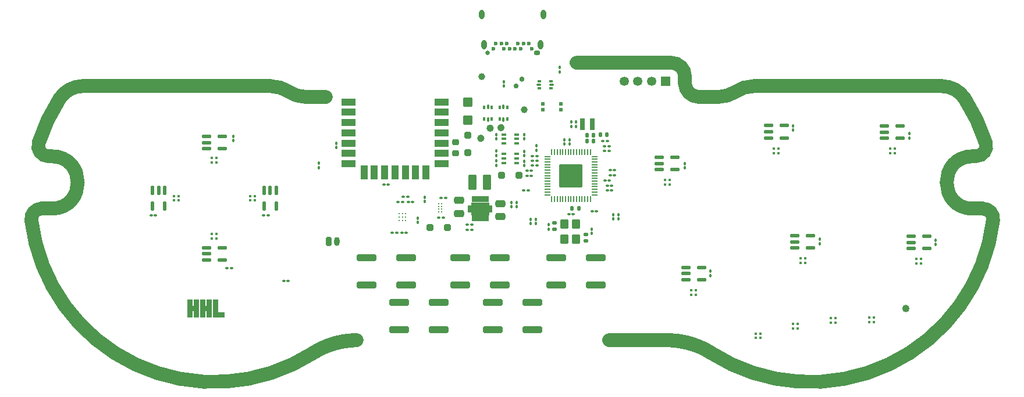
<source format=gbr>
%TF.GenerationSoftware,KiCad,Pcbnew,9.0.6-rc2*%
%TF.CreationDate,2025-11-20T00:57:41-08:00*%
%TF.ProjectId,LatteJr_Main_Board,4c617474-654a-4725-9f4d-61696e5f426f,rev?*%
%TF.SameCoordinates,Original*%
%TF.FileFunction,Soldermask,Top*%
%TF.FilePolarity,Negative*%
%FSLAX46Y46*%
G04 Gerber Fmt 4.6, Leading zero omitted, Abs format (unit mm)*
G04 Created by KiCad (PCBNEW 9.0.6-rc2) date 2025-11-20 00:57:41*
%MOMM*%
%LPD*%
G01*
G04 APERTURE LIST*
G04 Aperture macros list*
%AMRoundRect*
0 Rectangle with rounded corners*
0 $1 Rounding radius*
0 $2 $3 $4 $5 $6 $7 $8 $9 X,Y pos of 4 corners*
0 Add a 4 corners polygon primitive as box body*
4,1,4,$2,$3,$4,$5,$6,$7,$8,$9,$2,$3,0*
0 Add four circle primitives for the rounded corners*
1,1,$1+$1,$2,$3*
1,1,$1+$1,$4,$5*
1,1,$1+$1,$6,$7*
1,1,$1+$1,$8,$9*
0 Add four rect primitives between the rounded corners*
20,1,$1+$1,$2,$3,$4,$5,0*
20,1,$1+$1,$4,$5,$6,$7,0*
20,1,$1+$1,$6,$7,$8,$9,0*
20,1,$1+$1,$8,$9,$2,$3,0*%
%AMFreePoly0*
4,1,18,-0.437500,0.050000,-0.433694,0.069134,-0.422855,0.085355,-0.406634,0.096194,-0.387500,0.100000,0.387500,0.100000,0.437500,0.050000,0.437500,-0.050000,0.433694,-0.069134,0.422855,-0.085355,0.406634,-0.096194,0.387500,-0.100000,-0.387500,-0.100000,-0.406634,-0.096194,-0.422855,-0.085355,-0.433694,-0.069134,-0.437500,-0.050000,-0.437500,0.050000,-0.437500,0.050000,$1*%
%AMFreePoly1*
4,1,18,-0.437500,0.050000,-0.433694,0.069134,-0.422855,0.085355,-0.406634,0.096194,-0.387500,0.100000,0.387500,0.100000,0.406634,0.096194,0.422855,0.085355,0.433694,0.069134,0.437500,0.050000,0.437500,-0.050000,0.387500,-0.100000,-0.387500,-0.100000,-0.406634,-0.096194,-0.422855,-0.085355,-0.433694,-0.069134,-0.437500,-0.050000,-0.437500,0.050000,-0.437500,0.050000,$1*%
%AMFreePoly2*
4,1,18,-0.100000,0.387500,-0.050000,0.437500,0.050000,0.437500,0.069134,0.433694,0.085355,0.422855,0.096194,0.406634,0.100000,0.387500,0.100000,-0.387500,0.096194,-0.406634,0.085355,-0.422855,0.069134,-0.433694,0.050000,-0.437500,-0.050000,-0.437500,-0.069134,-0.433694,-0.085355,-0.422855,-0.096194,-0.406634,-0.100000,-0.387500,-0.100000,0.387500,-0.100000,0.387500,$1*%
%AMFreePoly3*
4,1,18,-0.100000,0.387500,-0.096194,0.406634,-0.085355,0.422855,-0.069134,0.433694,-0.050000,0.437500,0.050000,0.437500,0.100000,0.387500,0.100000,-0.387500,0.096194,-0.406634,0.085355,-0.422855,0.069134,-0.433694,0.050000,-0.437500,-0.050000,-0.437500,-0.069134,-0.433694,-0.085355,-0.422855,-0.096194,-0.406634,-0.100000,-0.387500,-0.100000,0.387500,-0.100000,0.387500,$1*%
%AMFreePoly4*
4,1,18,-0.437500,0.050000,-0.433694,0.069134,-0.422855,0.085355,-0.406634,0.096194,-0.387500,0.100000,0.387500,0.100000,0.406634,0.096194,0.422855,0.085355,0.433694,0.069134,0.437500,0.050000,0.437500,-0.050000,0.433694,-0.069134,0.422855,-0.085355,0.406634,-0.096194,0.387500,-0.100000,-0.387500,-0.100000,-0.437500,-0.050000,-0.437500,0.050000,-0.437500,0.050000,$1*%
%AMFreePoly5*
4,1,18,-0.437500,0.050000,-0.387500,0.100000,0.387500,0.100000,0.406634,0.096194,0.422855,0.085355,0.433694,0.069134,0.437500,0.050000,0.437500,-0.050000,0.433694,-0.069134,0.422855,-0.085355,0.406634,-0.096194,0.387500,-0.100000,-0.387500,-0.100000,-0.406634,-0.096194,-0.422855,-0.085355,-0.433694,-0.069134,-0.437500,-0.050000,-0.437500,0.050000,-0.437500,0.050000,$1*%
%AMFreePoly6*
4,1,18,-0.100000,0.387500,-0.096194,0.406634,-0.085355,0.422855,-0.069134,0.433694,-0.050000,0.437500,0.050000,0.437500,0.069134,0.433694,0.085355,0.422855,0.096194,0.406634,0.100000,0.387500,0.100000,-0.387500,0.050000,-0.437500,-0.050000,-0.437500,-0.069134,-0.433694,-0.085355,-0.422855,-0.096194,-0.406634,-0.100000,-0.387500,-0.100000,0.387500,-0.100000,0.387500,$1*%
%AMFreePoly7*
4,1,18,-0.100000,0.387500,-0.096194,0.406634,-0.085355,0.422855,-0.069134,0.433694,-0.050000,0.437500,0.050000,0.437500,0.069134,0.433694,0.085355,0.422855,0.096194,0.406634,0.100000,0.387500,0.100000,-0.387500,0.096194,-0.406634,0.085355,-0.422855,0.069134,-0.433694,0.050000,-0.437500,-0.050000,-0.437500,-0.100000,-0.387500,-0.100000,0.387500,-0.100000,0.387500,$1*%
G04 Aperture macros list end*
%ADD10C,2.000000*%
%ADD11C,0.000000*%
%ADD12C,0.010000*%
%ADD13C,0.025000*%
%ADD14RoundRect,0.137500X-0.137500X0.525000X-0.137500X-0.525000X0.137500X-0.525000X0.137500X0.525000X0*%
%ADD15RoundRect,0.093750X0.093750X-0.156250X0.093750X0.156250X-0.093750X0.156250X-0.093750X-0.156250X0*%
%ADD16RoundRect,0.075000X0.075000X-0.250000X0.075000X0.250000X-0.075000X0.250000X-0.075000X-0.250000X0*%
%ADD17R,0.370000X0.370000*%
%ADD18RoundRect,0.100000X0.100000X-0.130000X0.100000X0.130000X-0.100000X0.130000X-0.100000X-0.130000X0*%
%ADD19RoundRect,0.100000X-0.130000X-0.100000X0.130000X-0.100000X0.130000X0.100000X-0.130000X0.100000X0*%
%ADD20RoundRect,0.218750X-0.256250X0.218750X-0.256250X-0.218750X0.256250X-0.218750X0.256250X0.218750X0*%
%ADD21RoundRect,0.137500X-0.525000X-0.137500X0.525000X-0.137500X0.525000X0.137500X-0.525000X0.137500X0*%
%ADD22RoundRect,0.100000X-0.100000X0.130000X-0.100000X-0.130000X0.100000X-0.130000X0.100000X0.130000X0*%
%ADD23RoundRect,0.100000X0.130000X0.100000X-0.130000X0.100000X-0.130000X-0.100000X0.130000X-0.100000X0*%
%ADD24RoundRect,0.140000X-0.140000X-0.170000X0.140000X-0.170000X0.140000X0.170000X-0.140000X0.170000X0*%
%ADD25RoundRect,0.250000X-0.375000X-0.850000X0.375000X-0.850000X0.375000X0.850000X-0.375000X0.850000X0*%
%ADD26RoundRect,0.250000X0.445000X-0.457500X0.445000X0.457500X-0.445000X0.457500X-0.445000X-0.457500X0*%
%ADD27RoundRect,0.250000X0.250000X-0.250000X0.250000X0.250000X-0.250000X0.250000X-0.250000X-0.250000X0*%
%ADD28R,2.000000X1.000000*%
%ADD29R,1.000000X2.000000*%
%ADD30C,1.000000*%
%ADD31RoundRect,0.150000X1.250000X0.350000X-1.250000X0.350000X-1.250000X-0.350000X1.250000X-0.350000X0*%
%ADD32C,0.290000*%
%ADD33R,0.700000X1.700000*%
%ADD34R,0.550000X0.500000*%
%ADD35RoundRect,0.140000X0.140000X0.170000X-0.140000X0.170000X-0.140000X-0.170000X0.140000X-0.170000X0*%
%ADD36C,0.230000*%
%ADD37RoundRect,0.093750X0.156250X0.093750X-0.156250X0.093750X-0.156250X-0.093750X0.156250X-0.093750X0*%
%ADD38RoundRect,0.075000X0.250000X0.075000X-0.250000X0.075000X-0.250000X-0.075000X0.250000X-0.075000X0*%
%ADD39RoundRect,0.250000X-0.350000X0.450000X-0.350000X-0.450000X0.350000X-0.450000X0.350000X0.450000X0*%
%ADD40RoundRect,0.250000X-0.250000X-0.250000X0.250000X-0.250000X0.250000X0.250000X-0.250000X0.250000X0*%
%ADD41RoundRect,0.140000X-0.170000X0.140000X-0.170000X-0.140000X0.170000X-0.140000X0.170000X0.140000X0*%
%ADD42RoundRect,0.100000X0.225000X0.100000X-0.225000X0.100000X-0.225000X-0.100000X0.225000X-0.100000X0*%
%ADD43RoundRect,0.140000X0.170000X-0.140000X0.170000X0.140000X-0.170000X0.140000X-0.170000X-0.140000X0*%
%ADD44RoundRect,0.250000X0.475000X-0.250000X0.475000X0.250000X-0.475000X0.250000X-0.475000X-0.250000X0*%
%ADD45R,1.350000X1.350000*%
%ADD46C,1.350000*%
%ADD47FreePoly0,0.000000*%
%ADD48RoundRect,0.050000X-0.387500X-0.050000X0.387500X-0.050000X0.387500X0.050000X-0.387500X0.050000X0*%
%ADD49FreePoly1,0.000000*%
%ADD50FreePoly2,0.000000*%
%ADD51RoundRect,0.050000X-0.050000X-0.387500X0.050000X-0.387500X0.050000X0.387500X-0.050000X0.387500X0*%
%ADD52FreePoly3,0.000000*%
%ADD53FreePoly4,0.000000*%
%ADD54FreePoly5,0.000000*%
%ADD55FreePoly6,0.000000*%
%ADD56FreePoly7,0.000000*%
%ADD57RoundRect,0.153000X1.547000X-1.547000X1.547000X1.547000X-1.547000X1.547000X-1.547000X-1.547000X0*%
%ADD58RoundRect,0.200000X-0.200000X-0.450000X0.200000X-0.450000X0.200000X0.450000X-0.200000X0.450000X0*%
%ADD59O,0.800000X1.300000*%
%ADD60C,0.650000*%
%ADD61O,0.950000X0.650000*%
%ADD62C,0.600000*%
%ADD63O,0.800000X1.400000*%
G04 APERTURE END LIST*
D10*
X117715015Y-27737542D02*
X117715015Y-26754679D01*
X159625138Y-46045151D02*
G75*
G02*
X159625138Y-38404509I2J3820321D01*
G01*
D11*
G36*
X88832779Y-34305288D02*
G01*
X88832779Y-34305288D01*
G75*
G02*
X88832779Y-34305288I534004J0D01*
G01*
X88832779Y-34305288D01*
G37*
D10*
X22603090Y-47722339D02*
G75*
G02*
X24083269Y-46045145I1489510J177209D01*
G01*
X119715016Y-29737546D02*
G75*
G02*
X117715054Y-27737542I-16J1999946D01*
G01*
X63642437Y-67093213D02*
X63668139Y-67076772D01*
X63693885Y-67060399D01*
X63719673Y-67044093D01*
X63745504Y-67027855D01*
X63771377Y-67011684D01*
X63797292Y-66995582D01*
X63823249Y-66979547D01*
X63849249Y-66963581D01*
X63875290Y-66947683D01*
X63901373Y-66931853D01*
X63927497Y-66916092D01*
X63953662Y-66900400D01*
X63979868Y-66884776D01*
X64006115Y-66869221D01*
X64032403Y-66853734D01*
X64058731Y-66838317D01*
X64085100Y-66822969D01*
X64111508Y-66807690D01*
X64137957Y-66792480D01*
X64164445Y-66777340D01*
X64190973Y-66762269D01*
X64217541Y-66747268D01*
X64244147Y-66732337D01*
X64270793Y-66717475D01*
X64297477Y-66702683D01*
X64324201Y-66687962D01*
X64350962Y-66673310D01*
X64377762Y-66658729D01*
X64404600Y-66644218D01*
X64431476Y-66629777D01*
X64458390Y-66615407D01*
X64485342Y-66601108D01*
X64512331Y-66586879D01*
X64539357Y-66572721D01*
X64566420Y-66558634D01*
X64593519Y-66544618D01*
X64620656Y-66530673D01*
X64647829Y-66516800D01*
X64675038Y-66502997D01*
X64702284Y-66489266D01*
X64729565Y-66475607D01*
X64756882Y-66462019D01*
X64784234Y-66448503D01*
X64811622Y-66435059D01*
X64839045Y-66421686D01*
X64866503Y-66408385D01*
X64893996Y-66395157D01*
X64921523Y-66382000D01*
X64949085Y-66368916D01*
X64976681Y-66355904D01*
X65004311Y-66342965D01*
X65031974Y-66330098D01*
X65059672Y-66317304D01*
X65087403Y-66304582D01*
X65101280Y-66298248D01*
X65115167Y-66291933D01*
X65129061Y-66285636D01*
X65142964Y-66279357D01*
X65156875Y-66273096D01*
X65170794Y-66266854D01*
X65184721Y-66260629D01*
X65198656Y-66254423D01*
X65212600Y-66248236D01*
X65226552Y-66242066D01*
X65240511Y-66235915D01*
X65254479Y-66229783D01*
X65268455Y-66223668D01*
X65282439Y-66217572D01*
X65296430Y-66211494D01*
X65310430Y-66205435D01*
X65324438Y-66199394D01*
X65338453Y-66193371D01*
X65352476Y-66187367D01*
X65366508Y-66181381D01*
X65380547Y-66175413D01*
X65394594Y-66169464D01*
X65408648Y-66163534D01*
X65422711Y-66157621D01*
X65436781Y-66151728D01*
X65450859Y-66145852D01*
X65464944Y-66139996D01*
X65479038Y-66134157D01*
X65493139Y-66128337D01*
X65507247Y-66122536D01*
X65521363Y-66116753D01*
X65535487Y-66110988D01*
X65549618Y-66105243D01*
X65563757Y-66099515D01*
X65577903Y-66093807D01*
X65592057Y-66088116D01*
X65606218Y-66082445D01*
X65620386Y-66076791D01*
X65634562Y-66071157D01*
X65648745Y-66065541D01*
X65662936Y-66059944D01*
X65677134Y-66054365D01*
X65691339Y-66048805D01*
X65705552Y-66043263D01*
X65719771Y-66037741D01*
X65733998Y-66032236D01*
X65748233Y-66026751D01*
X65762474Y-66021284D01*
X65776722Y-66015836D01*
X65790978Y-66010407D01*
X65805241Y-66004996D01*
X65819511Y-65999604D01*
X65833788Y-65994230D01*
X65848072Y-65988876D01*
X65862362Y-65983540D01*
X65876660Y-65978223D01*
X65890965Y-65972924D01*
X65905277Y-65967645D01*
X65919596Y-65962384D01*
X65933921Y-65957142D01*
X65948254Y-65951918D01*
X65962593Y-65946714D01*
X65976939Y-65941528D01*
X65991292Y-65936361D01*
X66005651Y-65931213D01*
X66020018Y-65926084D01*
X66034391Y-65920974D01*
X66048771Y-65915882D01*
X66063157Y-65910810D01*
X66077550Y-65905756D01*
X66091950Y-65900721D01*
X66106356Y-65895705D01*
X66120769Y-65890708D01*
X66135188Y-65885729D01*
X66149614Y-65880770D01*
X66164046Y-65875830D01*
X66178485Y-65870908D01*
X66192931Y-65866006D01*
X66207382Y-65861122D01*
X66221840Y-65856257D01*
X66236304Y-65851412D01*
X66250775Y-65846585D01*
X66265252Y-65841777D01*
X66279736Y-65836989D01*
X66294225Y-65832219D01*
X66308722Y-65827468D01*
X66323223Y-65822736D01*
X66337732Y-65818024D01*
X66352246Y-65813330D01*
X66366767Y-65808655D01*
X66381294Y-65804000D01*
X66395827Y-65799363D01*
X66410365Y-65794745D01*
X66424911Y-65790147D01*
X66439461Y-65785568D01*
X66454019Y-65781007D01*
X66468581Y-65776466D01*
X66483151Y-65771944D01*
X66497725Y-65767441D01*
X66512306Y-65762957D01*
X66526892Y-65758492D01*
X66541485Y-65754047D01*
X66556083Y-65749620D01*
X66570688Y-65745213D01*
X66585297Y-65740824D01*
X66599913Y-65736455D01*
X66614534Y-65732105D01*
X66629162Y-65727775D01*
X66651193Y-65721291D01*
X65439280Y-29737546D02*
X62512995Y-29737546D01*
X63642437Y-67093213D02*
G75*
G02*
X22603093Y-47722339I-14455417J22533233D01*
G01*
X161486422Y-36450120D02*
G75*
G02*
X160056903Y-38404498I-1429522J-454380D01*
G01*
X125070829Y-28993553D02*
G75*
G02*
X122646976Y-29737551I-2423929J3576553D01*
G01*
X23673570Y-36450120D02*
G75*
G02*
X26721121Y-30000132I25512830J-8109580D01*
G01*
X122646976Y-29737545D02*
X119715016Y-29737546D01*
X155082166Y-28175564D02*
X127735745Y-28175564D01*
X125070829Y-28993553D02*
G75*
G02*
X127735745Y-28175536I2665071J-3932347D01*
G01*
D11*
G36*
X90407579Y-34229088D02*
G01*
X90407579Y-34229088D01*
G75*
G02*
X90407579Y-34229088I534004J0D01*
G01*
X90407579Y-34229088D01*
G37*
G36*
X93614446Y-27148723D02*
G01*
X93614446Y-27148723D01*
G75*
G02*
X93614446Y-27148723I375027J0D01*
G01*
X93614446Y-27148723D01*
G37*
D10*
X25534856Y-46045151D02*
X24083269Y-46045151D01*
X25534856Y-38404515D02*
G75*
G02*
X25534856Y-46045145I-6J-3820315D01*
G01*
X62512995Y-29737546D02*
G75*
G02*
X60089156Y-28993563I5J4320346D01*
G01*
X106650316Y-65251236D02*
X115234923Y-65251235D01*
X57424296Y-28175565D02*
G75*
G02*
X60089174Y-28993537I4J-4749935D01*
G01*
D11*
G36*
X149327304Y-60614606D02*
G01*
X149327304Y-60614606D01*
G75*
G02*
X149327304Y-60614606I534004J0D01*
G01*
X149327304Y-60614606D01*
G37*
D10*
X25103096Y-38404516D02*
X25534856Y-38404515D01*
X115715017Y-24754682D02*
G75*
G02*
X117715018Y-26754679I-17J-2000018D01*
G01*
X161067405Y-46045151D02*
X159625138Y-46045151D01*
X161067405Y-46045151D02*
G75*
G02*
X162556952Y-47722345I-5J-1500049D01*
G01*
D11*
G36*
X87475884Y-35788600D02*
G01*
X87475884Y-35788600D01*
G75*
G02*
X87475884Y-35788600I534004J0D01*
G01*
X87475884Y-35788600D01*
G37*
D10*
X115715017Y-24754682D02*
X101968722Y-24754682D01*
X162556902Y-47722339D02*
G75*
G02*
X121517555Y-67093212I-26583932J3162369D01*
G01*
X66651193Y-65721291D02*
X66680478Y-65712746D01*
X66709786Y-65704277D01*
X66739115Y-65695886D01*
X66768467Y-65687571D01*
X66797840Y-65679334D01*
X66827235Y-65671173D01*
X66856651Y-65663090D01*
X66886088Y-65655084D01*
X66915546Y-65647155D01*
X66945024Y-65639303D01*
X66974524Y-65631528D01*
X67004043Y-65623831D01*
X67033583Y-65616212D01*
X67063143Y-65608669D01*
X67092722Y-65601205D01*
X67122321Y-65593818D01*
X67151939Y-65586508D01*
X67181577Y-65579276D01*
X67211233Y-65572122D01*
X67240908Y-65565046D01*
X67270601Y-65558047D01*
X67300313Y-65551127D01*
X67330043Y-65544284D01*
X67359791Y-65537519D01*
X67389556Y-65530833D01*
X67419339Y-65524224D01*
X67449140Y-65517693D01*
X67478957Y-65511241D01*
X67508792Y-65504867D01*
X67538643Y-65498571D01*
X67568510Y-65492353D01*
X67598394Y-65486214D01*
X67628294Y-65480153D01*
X67658209Y-65474170D01*
X67688141Y-65468266D01*
X67718087Y-65462440D01*
X67748050Y-65456693D01*
X67778027Y-65451025D01*
X67808019Y-65445435D01*
X67838025Y-65439923D01*
X67868046Y-65434491D01*
X67898081Y-65429137D01*
X67928131Y-65423862D01*
X67958194Y-65418665D01*
X67988270Y-65413548D01*
X68018360Y-65408509D01*
X68048464Y-65403550D01*
X68078580Y-65398669D01*
X68108709Y-65393867D01*
X68138850Y-65389144D01*
X68169004Y-65384500D01*
X68199170Y-65379936D01*
X68229348Y-65375450D01*
X68259538Y-65371044D01*
X68289739Y-65366716D01*
X68304844Y-65364582D01*
X68319952Y-65362468D01*
X68335062Y-65360374D01*
X68350175Y-65358299D01*
X68365291Y-65356245D01*
X68380410Y-65354210D01*
X68395531Y-65352195D01*
X68410655Y-65350199D01*
X68425782Y-65348224D01*
X68440911Y-65346268D01*
X68456043Y-65344333D01*
X68471177Y-65342417D01*
X68486314Y-65340521D01*
X68501453Y-65338644D01*
X68516595Y-65336788D01*
X68531739Y-65334951D01*
X68546885Y-65333135D01*
X68562034Y-65331338D01*
X68577186Y-65329561D01*
X68592339Y-65327804D01*
X68607495Y-65326067D01*
X68622654Y-65324349D01*
X68637814Y-65322652D01*
X68652977Y-65320974D01*
X68668142Y-65319316D01*
X68683309Y-65317679D01*
X68698478Y-65316061D01*
X68713650Y-65314463D01*
X68728823Y-65312884D01*
X68743999Y-65311326D01*
X68759176Y-65309788D01*
X68774356Y-65308269D01*
X68789538Y-65306771D01*
X68804721Y-65305292D01*
X68819907Y-65303833D01*
X68835094Y-65302394D01*
X68850283Y-65300975D01*
X68865475Y-65299576D01*
X68880668Y-65298197D01*
X68895863Y-65296838D01*
X68911059Y-65295498D01*
X68926258Y-65294179D01*
X68941458Y-65292880D01*
X68956660Y-65291600D01*
X68971863Y-65290340D01*
X68987068Y-65289101D01*
X69002275Y-65287881D01*
X69017484Y-65286681D01*
X69032693Y-65285501D01*
X69047905Y-65284341D01*
X69063118Y-65283201D01*
X69078333Y-65282081D01*
X69093549Y-65280981D01*
X69108766Y-65279901D01*
X69123985Y-65278841D01*
X69139205Y-65277801D01*
X69154427Y-65276780D01*
X69169650Y-65275780D01*
X69184874Y-65274800D01*
X69200100Y-65273839D01*
X69215327Y-65272899D01*
X69230555Y-65271978D01*
X69245784Y-65271078D01*
X69261015Y-65270197D01*
X69276246Y-65269337D01*
X69291479Y-65268496D01*
X69306713Y-65267675D01*
X69321948Y-65266875D01*
X69337184Y-65266094D01*
X69352421Y-65265333D01*
X69367659Y-65264593D01*
X69382898Y-65263872D01*
X69398138Y-65263171D01*
X69413379Y-65262490D01*
X69428621Y-65261829D01*
X69443864Y-65261189D01*
X69459107Y-65260568D01*
X69474352Y-65259967D01*
X69489597Y-65259386D01*
X69504843Y-65258825D01*
X69520089Y-65258284D01*
X69535337Y-65257763D01*
X69550585Y-65257262D01*
X69565834Y-65256781D01*
X69581083Y-65256320D01*
X69596333Y-65255879D01*
X69611584Y-65255458D01*
X69626835Y-65255057D01*
X69642087Y-65254676D01*
X69657339Y-65254315D01*
X69672592Y-65253974D01*
X69687845Y-65253653D01*
X69703098Y-65253352D01*
X69718353Y-65253071D01*
X69733607Y-65252810D01*
X69748862Y-65252569D01*
X69764117Y-65252348D01*
X69779372Y-65252147D01*
X69794628Y-65251966D01*
X69809884Y-65251805D01*
X69825140Y-65251664D01*
X69840397Y-65251543D01*
X69855653Y-65251442D01*
X69870910Y-65251361D01*
X69886166Y-65251300D01*
X69901424Y-65251259D01*
X69925069Y-65251235D01*
D11*
G36*
X92772302Y-28153184D02*
G01*
X92772302Y-28153184D01*
G75*
G02*
X92772302Y-28153184I375027J0D01*
G01*
X92772302Y-28153184D01*
G37*
D10*
X26721118Y-30000130D02*
G75*
G02*
X30077824Y-28175564I3356782J-2175570D01*
G01*
X155082166Y-28175564D02*
G75*
G02*
X158438835Y-30000155I34J-3999836D01*
G01*
X115234923Y-65251235D02*
X115265434Y-65251275D01*
X115295945Y-65251395D01*
X115326456Y-65251595D01*
X115356965Y-65251875D01*
X115387474Y-65252235D01*
X115417982Y-65252675D01*
X115448488Y-65253195D01*
X115478993Y-65253795D01*
X115509496Y-65254475D01*
X115539997Y-65255235D01*
X115570496Y-65256075D01*
X115600993Y-65256994D01*
X115631487Y-65257994D01*
X115661978Y-65259074D01*
X115692467Y-65260233D01*
X115722952Y-65261473D01*
X115753434Y-65262792D01*
X115783912Y-65264192D01*
X115814386Y-65265671D01*
X115844857Y-65267230D01*
X115875323Y-65268870D01*
X115905785Y-65270588D01*
X115936242Y-65272387D01*
X115966694Y-65274266D01*
X115997141Y-65276225D01*
X116027583Y-65278263D01*
X116058020Y-65280381D01*
X116088451Y-65282579D01*
X116118876Y-65284857D01*
X116149294Y-65287214D01*
X116179707Y-65289651D01*
X116210113Y-65292168D01*
X116240512Y-65294765D01*
X116270905Y-65297441D01*
X116301290Y-65300197D01*
X116331668Y-65303033D01*
X116362038Y-65305949D01*
X116392401Y-65308944D01*
X116422756Y-65312018D01*
X116453102Y-65315172D01*
X116483440Y-65318406D01*
X116513770Y-65321719D01*
X116544090Y-65325112D01*
X116574402Y-65328584D01*
X116604704Y-65332136D01*
X116634997Y-65335767D01*
X116665281Y-65339478D01*
X116695554Y-65343268D01*
X116725818Y-65347137D01*
X116756071Y-65351086D01*
X116786314Y-65355114D01*
X116816546Y-65359221D01*
X116846767Y-65363407D01*
X116876977Y-65367673D01*
X116892078Y-65369836D01*
X116907176Y-65372018D01*
X116922271Y-65374220D01*
X116937363Y-65376442D01*
X116952452Y-65378684D01*
X116967538Y-65380945D01*
X116982622Y-65383227D01*
X116997702Y-65385528D01*
X117012779Y-65387849D01*
X117027853Y-65390189D01*
X117042924Y-65392549D01*
X117057992Y-65394930D01*
X117073057Y-65397329D01*
X117088119Y-65399749D01*
X117103177Y-65402188D01*
X117118233Y-65404647D01*
X117133285Y-65407126D01*
X117148333Y-65409625D01*
X117163379Y-65412143D01*
X117178421Y-65414681D01*
X117193460Y-65417239D01*
X117208495Y-65419816D01*
X117223527Y-65422413D01*
X117238556Y-65425030D01*
X117253581Y-65427667D01*
X117268603Y-65430323D01*
X117283621Y-65432999D01*
X117298635Y-65435695D01*
X117313646Y-65438410D01*
X117328654Y-65441145D01*
X117343658Y-65443900D01*
X117358658Y-65446674D01*
X117373655Y-65449468D01*
X117388648Y-65452282D01*
X117403637Y-65455115D01*
X117418622Y-65457968D01*
X117433604Y-65460840D01*
X117448582Y-65463733D01*
X117463556Y-65466645D01*
X117478527Y-65469576D01*
X117493493Y-65472527D01*
X117508455Y-65475498D01*
X117523414Y-65478488D01*
X117538369Y-65481498D01*
X117553319Y-65484528D01*
X117568266Y-65487577D01*
X117583209Y-65490646D01*
X117598148Y-65493734D01*
X117613082Y-65496842D01*
X117628013Y-65499970D01*
X117642939Y-65503117D01*
X117657861Y-65506283D01*
X117672779Y-65509470D01*
X117687693Y-65512675D01*
X117702603Y-65515901D01*
X117717508Y-65519146D01*
X117732409Y-65522410D01*
X117747306Y-65525694D01*
X117762199Y-65528997D01*
X117777087Y-65532320D01*
X117791971Y-65535663D01*
X117806850Y-65539025D01*
X117821725Y-65542406D01*
X117836596Y-65545807D01*
X117851462Y-65549228D01*
X117866323Y-65552668D01*
X117881180Y-65556127D01*
X117896033Y-65559606D01*
X117910880Y-65563105D01*
X117925724Y-65566623D01*
X117940562Y-65570160D01*
X117955397Y-65573717D01*
X117970226Y-65577293D01*
X117985050Y-65580889D01*
X117999870Y-65584504D01*
X118014686Y-65588138D01*
X118029496Y-65591792D01*
X118044301Y-65595466D01*
X118059102Y-65599159D01*
X118073898Y-65602871D01*
X118088689Y-65606602D01*
X118103475Y-65610353D01*
X118118256Y-65614124D01*
X118133032Y-65617914D01*
X118147803Y-65621723D01*
X118162570Y-65625551D01*
X118177331Y-65629399D01*
X118192087Y-65633266D01*
X118206838Y-65637153D01*
X118221584Y-65641059D01*
X118236325Y-65644984D01*
X118251061Y-65648928D01*
X118265791Y-65652892D01*
X118280516Y-65656875D01*
X118295236Y-65660878D01*
X118309951Y-65664900D01*
X118324660Y-65668941D01*
X118339365Y-65673001D01*
X118354063Y-65677081D01*
X118368757Y-65681180D01*
X118383445Y-65685298D01*
X118398128Y-65689435D01*
X118412805Y-65693592D01*
X118427477Y-65697768D01*
X118442143Y-65701963D01*
X118456804Y-65706177D01*
X118471459Y-65710411D01*
X118486110Y-65714664D01*
X118508254Y-65721132D01*
X158438874Y-30000130D02*
G75*
G02*
X161486428Y-36450118I-22465474J-14559670D01*
G01*
X25103096Y-38404516D02*
G75*
G02*
X23673560Y-36450117I4J1500016D01*
G01*
X159625138Y-38404516D02*
X160056903Y-38404516D01*
X57424296Y-28175565D02*
X30077824Y-28175564D01*
X118508254Y-65721132D02*
X118537517Y-65729752D01*
X118566757Y-65738450D01*
X118595974Y-65747224D01*
X118625168Y-65756074D01*
X118654339Y-65765001D01*
X118683486Y-65774004D01*
X118712610Y-65783084D01*
X118741710Y-65792240D01*
X118770786Y-65801473D01*
X118799837Y-65810781D01*
X118828864Y-65820166D01*
X118857866Y-65829627D01*
X118886844Y-65839164D01*
X118915796Y-65848777D01*
X118944723Y-65858466D01*
X118973625Y-65868230D01*
X119002501Y-65878071D01*
X119031351Y-65887987D01*
X119060175Y-65897979D01*
X119088973Y-65908046D01*
X119117744Y-65918189D01*
X119146489Y-65928407D01*
X119175207Y-65938701D01*
X119203898Y-65949070D01*
X119232561Y-65959514D01*
X119261198Y-65970033D01*
X119289806Y-65980627D01*
X119318387Y-65991297D01*
X119346940Y-66002041D01*
X119375465Y-66012860D01*
X119403961Y-66023754D01*
X119432428Y-66034723D01*
X119460867Y-66045766D01*
X119489277Y-66056884D01*
X119517658Y-66068076D01*
X119546009Y-66079343D01*
X119574331Y-66090684D01*
X119602623Y-66102100D01*
X119630885Y-66113589D01*
X119659117Y-66125153D01*
X119687319Y-66136791D01*
X119715490Y-66148502D01*
X119743630Y-66160288D01*
X119771739Y-66172147D01*
X119799818Y-66184080D01*
X119827865Y-66196086D01*
X119855880Y-66208166D01*
X119883864Y-66220320D01*
X119911816Y-66232547D01*
X119939735Y-66244847D01*
X119967623Y-66257220D01*
X119995478Y-66269667D01*
X120023300Y-66282186D01*
X120051090Y-66294779D01*
X120078846Y-66307444D01*
X120092712Y-66313804D01*
X120106569Y-66320182D01*
X120120419Y-66326579D01*
X120134259Y-66332993D01*
X120148092Y-66339426D01*
X120161915Y-66345876D01*
X120175731Y-66352345D01*
X120189538Y-66358832D01*
X120203336Y-66365337D01*
X120217126Y-66371860D01*
X120230907Y-66378402D01*
X120244680Y-66384961D01*
X120258444Y-66391538D01*
X120272200Y-66398134D01*
X120285947Y-66404747D01*
X120299685Y-66411379D01*
X120313415Y-66418028D01*
X120327136Y-66424696D01*
X120340848Y-66431381D01*
X120354551Y-66438085D01*
X120368246Y-66444806D01*
X120381932Y-66451546D01*
X120395608Y-66458303D01*
X120409277Y-66465078D01*
X120422936Y-66471872D01*
X120436586Y-66478683D01*
X120450227Y-66485512D01*
X120463860Y-66492359D01*
X120477483Y-66499223D01*
X120491098Y-66506106D01*
X120504703Y-66513007D01*
X120518300Y-66519925D01*
X120531887Y-66526861D01*
X120545465Y-66533815D01*
X120559034Y-66540787D01*
X120572594Y-66547776D01*
X120586145Y-66554784D01*
X120599687Y-66561809D01*
X120613219Y-66568852D01*
X120626742Y-66575912D01*
X120640256Y-66582991D01*
X120653761Y-66590087D01*
X120667256Y-66597201D01*
X120680742Y-66604332D01*
X120694219Y-66611481D01*
X120707686Y-66618648D01*
X120721144Y-66625832D01*
X120734593Y-66633035D01*
X120748032Y-66640254D01*
X120761462Y-66647492D01*
X120774882Y-66654747D01*
X120788292Y-66662019D01*
X120801693Y-66669309D01*
X120815085Y-66676617D01*
X120828467Y-66683942D01*
X120841839Y-66691285D01*
X120855202Y-66698646D01*
X120868555Y-66706024D01*
X120881898Y-66713419D01*
X120895232Y-66720832D01*
X120908556Y-66728262D01*
X120921871Y-66735710D01*
X120935175Y-66743175D01*
X120948470Y-66750658D01*
X120961755Y-66758158D01*
X120975030Y-66765676D01*
X120988295Y-66773211D01*
X121001551Y-66780764D01*
X121014796Y-66788333D01*
X121028032Y-66795921D01*
X121041257Y-66803525D01*
X121054473Y-66811147D01*
X121067678Y-66818786D01*
X121080874Y-66826443D01*
X121094060Y-66834116D01*
X121107236Y-66841808D01*
X121120401Y-66849516D01*
X121133556Y-66857242D01*
X121146702Y-66864984D01*
X121159837Y-66872745D01*
X121172962Y-66880522D01*
X121186077Y-66888317D01*
X121199181Y-66896128D01*
X121212276Y-66903957D01*
X121225359Y-66911803D01*
X121238433Y-66919667D01*
X121251497Y-66927547D01*
X121264550Y-66935445D01*
X121277593Y-66943359D01*
X121290626Y-66951291D01*
X121303647Y-66959240D01*
X121316659Y-66967206D01*
X121329660Y-66975189D01*
X121342651Y-66983189D01*
X121355631Y-66991206D01*
X121368602Y-66999240D01*
X121381561Y-67007291D01*
X121394510Y-67015360D01*
X121407448Y-67023445D01*
X121420375Y-67031547D01*
X121433292Y-67039666D01*
X121446199Y-67047802D01*
X121459094Y-67055955D01*
X121471980Y-67064125D01*
X121484854Y-67072312D01*
X121497718Y-67080515D01*
X121517555Y-67093213D01*
D12*
%TO.C,U4*%
X87045400Y-47804610D02*
X86665399Y-47804610D01*
X86665399Y-47064610D01*
X87045399Y-47064609D01*
X87045400Y-47804610D01*
G36*
X87045400Y-47804610D02*
G01*
X86665399Y-47804610D01*
X86665399Y-47064610D01*
X87045399Y-47064609D01*
X87045400Y-47804610D01*
G37*
X87045399Y-45004611D02*
X86665399Y-45004610D01*
X86665399Y-44264610D01*
X87045400Y-44264610D01*
X87045399Y-45004611D01*
G36*
X87045399Y-45004611D02*
G01*
X86665399Y-45004610D01*
X86665399Y-44264610D01*
X87045400Y-44264610D01*
X87045399Y-45004611D01*
G37*
X87545399Y-45004610D02*
X87165399Y-45004610D01*
X87165399Y-44264610D01*
X87545399Y-44264610D01*
X87545399Y-45004610D01*
G36*
X87545399Y-45004610D02*
G01*
X87165399Y-45004610D01*
X87165399Y-44264610D01*
X87545399Y-44264610D01*
X87545399Y-45004610D01*
G37*
X87545399Y-47804610D02*
X87165399Y-47804610D01*
X87165399Y-47064610D01*
X87545399Y-47064610D01*
X87545399Y-47804610D01*
G36*
X87545399Y-47804610D02*
G01*
X87165399Y-47804610D01*
X87165399Y-47064610D01*
X87545399Y-47064610D01*
X87545399Y-47804610D01*
G37*
X88045399Y-45004610D02*
X87665399Y-45004610D01*
X87665399Y-44264610D01*
X88045399Y-44264610D01*
X88045399Y-45004610D01*
G36*
X88045399Y-45004610D02*
G01*
X87665399Y-45004610D01*
X87665399Y-44264610D01*
X88045399Y-44264610D01*
X88045399Y-45004610D01*
G37*
X88045399Y-47804610D02*
X87665399Y-47804610D01*
X87665399Y-47064610D01*
X88045399Y-47064610D01*
X88045399Y-47804610D01*
G36*
X88045399Y-47804610D02*
G01*
X87665399Y-47804610D01*
X87665399Y-47064610D01*
X88045399Y-47064610D01*
X88045399Y-47804610D01*
G37*
X88545399Y-45004610D02*
X88165399Y-45004610D01*
X88165399Y-44264610D01*
X88545399Y-44264610D01*
X88545399Y-45004610D01*
G36*
X88545399Y-45004610D02*
G01*
X88165399Y-45004610D01*
X88165399Y-44264610D01*
X88545399Y-44264610D01*
X88545399Y-45004610D01*
G37*
X88545399Y-47804610D02*
X88165399Y-47804610D01*
X88165399Y-47064610D01*
X88545399Y-47064610D01*
X88545399Y-47804610D01*
G36*
X88545399Y-47804610D02*
G01*
X88165399Y-47804610D01*
X88165399Y-47064610D01*
X88545399Y-47064610D01*
X88545399Y-47804610D01*
G37*
X89045399Y-45004610D02*
X88665399Y-45004611D01*
X88665398Y-44264610D01*
X89045399Y-44264610D01*
X89045399Y-45004610D01*
G36*
X89045399Y-45004610D02*
G01*
X88665399Y-45004611D01*
X88665398Y-44264610D01*
X89045399Y-44264610D01*
X89045399Y-45004610D01*
G37*
X89045399Y-47064610D02*
X89045399Y-47804610D01*
X88665398Y-47804610D01*
X88665399Y-47064609D01*
X89045399Y-47064610D01*
G36*
X89045399Y-47064610D02*
G01*
X89045399Y-47804610D01*
X88665398Y-47804610D01*
X88665399Y-47064609D01*
X89045399Y-47064610D01*
G37*
X89125399Y-45589610D02*
X89625399Y-45589609D01*
X89625399Y-45979610D01*
X89125399Y-45979611D01*
X89125399Y-46089609D01*
X89625399Y-46089610D01*
X89625399Y-46479611D01*
X89125399Y-46479610D01*
X89125399Y-46929610D01*
X86585399Y-46929610D01*
X86585399Y-46479610D01*
X86085399Y-46479611D01*
X86085399Y-46089610D01*
X86585399Y-46089609D01*
X86585399Y-45979611D01*
X86085399Y-45979610D01*
X86085399Y-45589609D01*
X86585399Y-45589610D01*
X86585399Y-45139610D01*
X89125399Y-45139610D01*
X89125399Y-45589610D01*
G36*
X89125399Y-45589610D02*
G01*
X89625399Y-45589609D01*
X89625399Y-45979610D01*
X89125399Y-45979611D01*
X89125399Y-46089609D01*
X89625399Y-46089610D01*
X89625399Y-46479611D01*
X89125399Y-46479610D01*
X89125399Y-46929610D01*
X86585399Y-46929610D01*
X86585399Y-46479610D01*
X86085399Y-46479611D01*
X86085399Y-46089610D01*
X86585399Y-46089609D01*
X86585399Y-45979611D01*
X86085399Y-45979610D01*
X86085399Y-45589609D01*
X86585399Y-45589610D01*
X86585399Y-45139610D01*
X89125399Y-45139610D01*
X89125399Y-45589610D01*
G37*
D13*
%TO.C,REF\u002A\u002A*%
X49689470Y-61194838D02*
X50643425Y-61194838D01*
X50643425Y-61864207D01*
X49056811Y-61864207D01*
X49056811Y-59311035D01*
X49689470Y-59311035D01*
X49689470Y-61194838D01*
G36*
X49689470Y-61194838D02*
G01*
X50643425Y-61194838D01*
X50643425Y-61864207D01*
X49056811Y-61864207D01*
X49056811Y-59311035D01*
X49689470Y-59311035D01*
X49689470Y-61194838D01*
G37*
X46923336Y-61864207D02*
X46242475Y-61864207D01*
X46242475Y-60896085D01*
X46002819Y-60896085D01*
X46002819Y-61864207D01*
X45317519Y-61864207D01*
X45317519Y-59311555D01*
X46000533Y-59311035D01*
X46000533Y-60233837D01*
X46242475Y-60233837D01*
X46242475Y-59311035D01*
X46923336Y-59311035D01*
X46923336Y-61864207D01*
G36*
X46923336Y-61864207D02*
G01*
X46242475Y-61864207D01*
X46242475Y-60896085D01*
X46002819Y-60896085D01*
X46002819Y-61864207D01*
X45317519Y-61864207D01*
X45317519Y-59311555D01*
X46000533Y-59311035D01*
X46000533Y-60233837D01*
X46242475Y-60233837D01*
X46242475Y-59311035D01*
X46923336Y-59311035D01*
X46923336Y-61864207D01*
G37*
X48773336Y-61864207D02*
X48092475Y-61864207D01*
X48092475Y-60896085D01*
X47852819Y-60896085D01*
X47852819Y-61864207D01*
X47167519Y-61864207D01*
X47167519Y-59311555D01*
X47850533Y-59311035D01*
X47850533Y-60233837D01*
X48092475Y-60233837D01*
X48092475Y-59311035D01*
X48773336Y-59311035D01*
X48773336Y-61864207D01*
G36*
X48773336Y-61864207D02*
G01*
X48092475Y-61864207D01*
X48092475Y-60896085D01*
X47852819Y-60896085D01*
X47852819Y-61864207D01*
X47167519Y-61864207D01*
X47167519Y-59311555D01*
X47850533Y-59311035D01*
X47850533Y-60233837D01*
X48092475Y-60233837D01*
X48092475Y-59311035D01*
X48773336Y-59311035D01*
X48773336Y-61864207D01*
G37*
%TD*%
D14*
%TO.C,U12*%
X40225406Y-45660364D03*
X42025406Y-45660364D03*
X42025406Y-43385364D03*
X41125406Y-43385364D03*
X40225406Y-43385364D03*
%TD*%
%TO.C,U14*%
X56441185Y-45660364D03*
X58241185Y-45660364D03*
X58241185Y-43385364D03*
X57341185Y-43385364D03*
X56441185Y-43385364D03*
%TD*%
D15*
%TO.C,U7*%
X88514900Y-33006400D03*
D16*
X89052400Y-33081400D03*
D15*
X89589900Y-33006400D03*
X89589900Y-31306400D03*
D16*
X89052400Y-31231400D03*
D15*
X88514900Y-31306400D03*
%TD*%
D17*
%TO.C,RGB13*%
X138942305Y-62710883D03*
X139612305Y-62710883D03*
X139612305Y-62040883D03*
X138942305Y-62040883D03*
%TD*%
%TO.C,RGB14*%
X144522504Y-62569210D03*
X145192504Y-62569210D03*
X145192504Y-61899210D03*
X144522504Y-61899210D03*
%TD*%
D18*
%TO.C,R33*%
X94297098Y-35862098D03*
X94297098Y-35222098D03*
%TD*%
D19*
%TO.C,C15*%
X106029800Y-36906200D03*
X106669800Y-36906200D03*
%TD*%
D20*
%TO.C,L2*%
X84378800Y-36347299D03*
X84378800Y-37922301D03*
%TD*%
D21*
%TO.C,U11*%
X116280175Y-40344746D03*
X116280175Y-38544746D03*
X114005175Y-38544746D03*
X114005175Y-39444746D03*
X114005175Y-40344746D03*
%TD*%
D19*
%TO.C,R30*%
X86054899Y-48405210D03*
X86694899Y-48405210D03*
%TD*%
D22*
%TO.C,C17*%
X97891600Y-48397200D03*
X97891600Y-49037200D03*
%TD*%
D23*
%TO.C,C32*%
X51729600Y-54762400D03*
X51089600Y-54762400D03*
%TD*%
D24*
%TO.C,C1*%
X103465300Y-36220400D03*
X104425300Y-36220400D03*
%TD*%
D23*
%TO.C,R1*%
X106424300Y-36144200D03*
X105784300Y-36144200D03*
%TD*%
D21*
%TO.C,U16*%
X152899592Y-51862961D03*
X152899592Y-50062961D03*
X150624592Y-50062961D03*
X150624592Y-50962961D03*
X150624592Y-51862961D03*
%TD*%
D19*
%TO.C,R29*%
X75981600Y-45057400D03*
X76621600Y-45057400D03*
%TD*%
D18*
%TO.C,C12*%
X100152200Y-36616600D03*
X100152200Y-35976600D03*
%TD*%
%TO.C,C35*%
X154228800Y-51272400D03*
X154228800Y-50632400D03*
%TD*%
%TO.C,C28*%
X121437400Y-55819000D03*
X121437400Y-55179000D03*
%TD*%
D17*
%TO.C,RGB4*%
X54456185Y-44857864D03*
X55126185Y-44857864D03*
X55126185Y-44187864D03*
X54456185Y-44187864D03*
%TD*%
D24*
%TO.C,C2*%
X103465300Y-35306000D03*
X104425300Y-35306000D03*
%TD*%
D23*
%TO.C,R24*%
X78094800Y-45057399D03*
X77454800Y-45057399D03*
%TD*%
D25*
%TO.C,L3*%
X86798499Y-42233010D03*
X88948499Y-42233010D03*
%TD*%
D21*
%TO.C,U2*%
X136000737Y-51803183D03*
X136000737Y-50003183D03*
X133725737Y-50003183D03*
X133725737Y-50903183D03*
X133725737Y-51803183D03*
%TD*%
D17*
%TO.C,RGB3*%
X48898296Y-50415754D03*
X49568296Y-50415754D03*
X49568296Y-49745754D03*
X48898296Y-49745754D03*
%TD*%
D21*
%TO.C,U9*%
X120133166Y-56407211D03*
X120133166Y-54607211D03*
X117858166Y-54607211D03*
X117858166Y-55507211D03*
X117858166Y-56407211D03*
%TD*%
D26*
%TO.C,C24*%
X86131400Y-33178700D03*
X86131400Y-30473700D03*
%TD*%
D27*
%TO.C,D1*%
X86156800Y-37871400D03*
X86156800Y-35371402D03*
%TD*%
D23*
%TO.C,R10*%
X95366800Y-41300400D03*
X94726800Y-41300400D03*
%TD*%
D28*
%TO.C,P1*%
X68767000Y-30492400D03*
X68767000Y-31992400D03*
X68767000Y-33492400D03*
X68767000Y-34992400D03*
X68767000Y-36492400D03*
X68767000Y-37992400D03*
X68767000Y-39492400D03*
D29*
X71017000Y-40792400D03*
X72517000Y-40792400D03*
X74017000Y-40792400D03*
X75517000Y-40792400D03*
X77017000Y-40792400D03*
X78517000Y-40792400D03*
X80017000Y-40792400D03*
D28*
X82267000Y-39492400D03*
X82267000Y-37992400D03*
X82267000Y-36492400D03*
X82267000Y-34992400D03*
X82267000Y-33492400D03*
X82267000Y-31992400D03*
X82267000Y-30492400D03*
%TD*%
D23*
%TO.C,C20*%
X75783401Y-49532200D03*
X75143401Y-49532200D03*
%TD*%
D19*
%TO.C,R19*%
X106410800Y-43408600D03*
X107050800Y-43408600D03*
%TD*%
D30*
%TO.C,TP2*%
X88163188Y-26761414D03*
%TD*%
D19*
%TO.C,C33*%
X56423600Y-46990000D03*
X57063600Y-46990000D03*
%TD*%
D23*
%TO.C,C21*%
X77180400Y-49530000D03*
X76540400Y-49530000D03*
%TD*%
D31*
%TO.C,SW6*%
X90776272Y-57200886D03*
X84976272Y-57200886D03*
X90776272Y-53200886D03*
X84976272Y-53200886D03*
%TD*%
D32*
%TO.C,IC1*%
X77096900Y-46788600D03*
X77096899Y-47288600D03*
X77096900Y-47788600D03*
X76596900Y-46788601D03*
X76596900Y-47288600D03*
X76596900Y-47788599D03*
X76096900Y-46788600D03*
X76096901Y-47288600D03*
X76096900Y-47788600D03*
%TD*%
D21*
%TO.C,U13*%
X50370796Y-53530754D03*
X50370796Y-51730754D03*
X48095796Y-51730754D03*
X48095796Y-52630754D03*
X48095796Y-53530754D03*
%TD*%
D18*
%TO.C,R21*%
X64414400Y-40071000D03*
X64414400Y-39431000D03*
%TD*%
D17*
%TO.C,RGB7*%
X147574101Y-37985498D03*
X148244101Y-37985498D03*
X148244101Y-37315498D03*
X147574101Y-37315498D03*
%TD*%
D23*
%TO.C,R11*%
X59959200Y-56591200D03*
X59319200Y-56591200D03*
%TD*%
D18*
%TO.C,C30*%
X117678200Y-40096400D03*
X117678200Y-39456400D03*
%TD*%
D33*
%TO.C,L1*%
X102836300Y-33756600D03*
X104236300Y-33756600D03*
%TD*%
D34*
%TO.C,SW9*%
X96998400Y-30791200D03*
X96998400Y-31591200D03*
X99648400Y-30791200D03*
X99648400Y-31591200D03*
%TD*%
D18*
%TO.C,C29*%
X133451600Y-34584600D03*
X133451600Y-33944600D03*
%TD*%
D19*
%TO.C,R2*%
X100805900Y-46887200D03*
X101445900Y-46887200D03*
%TD*%
%TO.C,R18*%
X106410800Y-42672000D03*
X107050800Y-42672000D03*
%TD*%
D18*
%TO.C,C18*%
X137337800Y-51130200D03*
X137337800Y-50490200D03*
%TD*%
D35*
%TO.C,C6*%
X106381100Y-35280600D03*
X105421100Y-35280600D03*
%TD*%
D31*
%TO.C,SW2*%
X104776272Y-57200886D03*
X98976272Y-57200886D03*
X104776272Y-53200886D03*
X98976272Y-53200886D03*
%TD*%
D17*
%TO.C,RGB9*%
X134528237Y-53988183D03*
X135198237Y-53988183D03*
X135198237Y-53318183D03*
X134528237Y-53318183D03*
%TD*%
D22*
%TO.C,R5*%
X78867000Y-47432000D03*
X78867000Y-48072000D03*
%TD*%
D36*
%TO.C,U5*%
X81870601Y-45326401D03*
X82270599Y-45326401D03*
X81870600Y-45726401D03*
X82270600Y-45726401D03*
X81870600Y-46126401D03*
X82270600Y-46126401D03*
X81870601Y-46526401D03*
X82270599Y-46526401D03*
%TD*%
D18*
%TO.C,C34*%
X150368000Y-35727600D03*
X150368000Y-35087600D03*
%TD*%
%TO.C,R34*%
X90273699Y-38260101D03*
X90273699Y-37620101D03*
%TD*%
D21*
%TO.C,U3*%
X48095796Y-37314975D03*
X48095796Y-36414975D03*
X48095796Y-35514975D03*
X50370796Y-35514975D03*
X50370796Y-37314975D03*
%TD*%
D17*
%TO.C,RGB6*%
X130675247Y-37925718D03*
X131345247Y-37925718D03*
X131345247Y-37255718D03*
X130675247Y-37255718D03*
%TD*%
D19*
%TO.C,C14*%
X106029800Y-37642800D03*
X106669800Y-37642800D03*
%TD*%
D23*
%TO.C,R22*%
X96160400Y-39065200D03*
X95520400Y-39065200D03*
%TD*%
D31*
%TO.C,SW5*%
X77151271Y-57200886D03*
X71351271Y-57200886D03*
X77151271Y-53200886D03*
X71351271Y-53200886D03*
%TD*%
D19*
%TO.C,C26*%
X86054899Y-49167210D03*
X86694899Y-49167210D03*
%TD*%
%TO.C,C22*%
X82258601Y-44453200D03*
X82898601Y-44453200D03*
%TD*%
D37*
%TO.C,U6*%
X98259000Y-28502000D03*
D38*
X98334000Y-27964500D03*
D37*
X98259000Y-27427000D03*
X96559000Y-27427000D03*
D38*
X96484000Y-27964500D03*
D37*
X96559000Y-28502000D03*
%TD*%
D18*
%TO.C,R31*%
X94312298Y-38310900D03*
X94312298Y-37670900D03*
%TD*%
D39*
%TO.C,Y1*%
X100174300Y-48301800D03*
X100174300Y-50501800D03*
X101874300Y-50501800D03*
X101874300Y-48301800D03*
%TD*%
D40*
%TO.C,D3*%
X91053600Y-41198800D03*
X93553600Y-41198800D03*
%TD*%
D23*
%TO.C,C9*%
X94909600Y-43408600D03*
X94269600Y-43408600D03*
%TD*%
D22*
%TO.C,R17*%
X108077000Y-46908800D03*
X108077000Y-47548800D03*
%TD*%
%TO.C,R6*%
X101151300Y-33411200D03*
X101151300Y-34051200D03*
%TD*%
D17*
%TO.C,RGB11*%
X128019171Y-64924156D03*
X128689171Y-64924156D03*
X128689171Y-64254156D03*
X128019171Y-64254156D03*
%TD*%
D41*
%TO.C,C3*%
X98763700Y-48116800D03*
X98763700Y-49076800D03*
%TD*%
D31*
%TO.C,SW8*%
X95526272Y-63700886D03*
X89726272Y-63700886D03*
X95526272Y-59700886D03*
X89726272Y-59700886D03*
%TD*%
D19*
%TO.C,C31*%
X40015200Y-46990000D03*
X40655200Y-46990000D03*
%TD*%
D22*
%TO.C,R15*%
X95275400Y-47584400D03*
X95275400Y-48224400D03*
%TD*%
D18*
%TO.C,C13*%
X100914200Y-36616600D03*
X100914200Y-35976600D03*
%TD*%
D17*
%TO.C,RGB10*%
X118660666Y-58592211D03*
X119330666Y-58592211D03*
X119330666Y-57922211D03*
X118660666Y-57922211D03*
%TD*%
D22*
%TO.C,R4*%
X79832200Y-44384000D03*
X79832200Y-45024000D03*
%TD*%
D23*
%TO.C,R9*%
X96160400Y-38354000D03*
X95520400Y-38354000D03*
%TD*%
D19*
%TO.C,C16*%
X104201000Y-46431200D03*
X104841000Y-46431200D03*
%TD*%
D30*
%TO.C,TP1*%
X94335600Y-31597600D03*
%TD*%
D24*
%TO.C,C7*%
X101297800Y-45999400D03*
X102257800Y-45999400D03*
%TD*%
D31*
%TO.C,SW7*%
X81901273Y-63700886D03*
X76101273Y-63700886D03*
X81901273Y-59700886D03*
X76101273Y-59700886D03*
%TD*%
D18*
%TO.C,R37*%
X91338400Y-28183800D03*
X91338400Y-27543800D03*
%TD*%
D15*
%TO.C,U8*%
X90775500Y-33006400D03*
D16*
X91313000Y-33081400D03*
D15*
X91850500Y-33006400D03*
X91850500Y-31306400D03*
D16*
X91313000Y-31231400D03*
D15*
X90775500Y-31306400D03*
%TD*%
D22*
%TO.C,R35*%
X90273699Y-39093300D03*
X90273699Y-39733300D03*
%TD*%
D19*
%TO.C,R27*%
X81903000Y-47399600D03*
X82543000Y-47399600D03*
%TD*%
D18*
%TO.C,C19*%
X52019200Y-36108600D03*
X52019200Y-35468600D03*
%TD*%
D21*
%TO.C,U15*%
X149046601Y-35800498D03*
X149046601Y-34000498D03*
X146771601Y-34000498D03*
X146771601Y-34900498D03*
X146771601Y-35800498D03*
%TD*%
D23*
%TO.C,R23*%
X96160400Y-39776400D03*
X95520400Y-39776400D03*
%TD*%
D42*
%TO.C,Q1*%
X93230298Y-39377500D03*
X93230297Y-38727500D03*
X93230298Y-38077500D03*
X91330298Y-38077500D03*
X91330299Y-38727500D03*
X91330298Y-39377500D03*
%TD*%
D22*
%TO.C,R3*%
X104165400Y-49032200D03*
X104165400Y-49672200D03*
%TD*%
D17*
%TO.C,RGB2*%
X43340406Y-44857864D03*
X44010406Y-44857864D03*
X44010406Y-44187864D03*
X43340406Y-44187864D03*
%TD*%
D43*
%TO.C,C4*%
X103284900Y-50746600D03*
X103284900Y-49786600D03*
%TD*%
D22*
%TO.C,R38*%
X99466400Y-25461000D03*
X99466400Y-26101000D03*
%TD*%
D21*
%TO.C,U10*%
X132147747Y-35740718D03*
X132147747Y-33940718D03*
X129872747Y-33940718D03*
X129872747Y-34840718D03*
X129872747Y-35740718D03*
%TD*%
D19*
%TO.C,R26*%
X73898800Y-42519600D03*
X74538800Y-42519600D03*
%TD*%
%TO.C,R20*%
X106055200Y-41910000D03*
X106695200Y-41910000D03*
%TD*%
D17*
%TO.C,RGB8*%
X151427092Y-54047961D03*
X152097092Y-54047961D03*
X152097092Y-53377961D03*
X151427092Y-53377961D03*
%TD*%
D42*
%TO.C,Q2*%
X93225298Y-36511898D03*
X93225297Y-35861898D03*
X93225298Y-35211898D03*
X91325298Y-35211898D03*
X91325299Y-35861898D03*
X91325298Y-36511898D03*
%TD*%
D19*
%TO.C,C10*%
X106827800Y-41173400D03*
X107467800Y-41173400D03*
%TD*%
D40*
%TO.C,D4*%
X80622800Y-48771200D03*
X83122798Y-48771200D03*
%TD*%
D18*
%TO.C,C11*%
X96113600Y-37531000D03*
X96113600Y-36891000D03*
%TD*%
D22*
%TO.C,R16*%
X107315000Y-46924000D03*
X107315000Y-47564000D03*
%TD*%
D17*
%TO.C,RGB12*%
X133416283Y-63499420D03*
X134086283Y-63499420D03*
X134086283Y-62829420D03*
X133416283Y-62829420D03*
%TD*%
%TO.C,RGB5*%
X114807675Y-42529746D03*
X115477675Y-42529746D03*
X115477675Y-41859746D03*
X114807675Y-41859746D03*
%TD*%
D44*
%TO.C,C25*%
X84876299Y-46739009D03*
X84876299Y-44839011D03*
%TD*%
D22*
%TO.C,R7*%
X101862500Y-33411200D03*
X101862500Y-34051200D03*
%TD*%
D44*
%TO.C,C27*%
X90845299Y-47221609D03*
X90845299Y-45321611D03*
%TD*%
D23*
%TO.C,C8*%
X95366800Y-40538400D03*
X94726800Y-40538400D03*
%TD*%
D22*
%TO.C,R12*%
X93268800Y-45120600D03*
X93268800Y-45760600D03*
%TD*%
D17*
%TO.C,RGB1*%
X48898296Y-39299975D03*
X49568296Y-39299975D03*
X49568296Y-38629975D03*
X48898296Y-38629975D03*
%TD*%
D19*
%TO.C,C5*%
X106817200Y-40411400D03*
X107457200Y-40411400D03*
%TD*%
D22*
%TO.C,R14*%
X96037400Y-47584400D03*
X96037400Y-48224400D03*
%TD*%
%TO.C,R32*%
X94312298Y-39128900D03*
X94312298Y-39768900D03*
%TD*%
%TO.C,R13*%
X92506800Y-45120600D03*
X92506800Y-45760600D03*
%TD*%
D45*
%TO.C,J1*%
X114864400Y-27432000D03*
D46*
X112864399Y-27432000D03*
X110864400Y-27432000D03*
X108864400Y-27432000D03*
%TD*%
D47*
%TO.C,U1*%
X97705300Y-38430800D03*
D48*
X97705300Y-38830800D03*
X97705300Y-39230800D03*
X97705300Y-39630800D03*
X97705300Y-40030800D03*
X97705300Y-40430800D03*
X97705300Y-40830800D03*
X97705300Y-41230800D03*
X97705300Y-41630800D03*
X97705300Y-42030800D03*
X97705300Y-42430800D03*
X97705300Y-42830800D03*
X97705300Y-43230800D03*
X97705300Y-43630800D03*
D49*
X97705300Y-44030800D03*
D50*
X98342800Y-44668300D03*
D51*
X98742800Y-44668300D03*
X99142800Y-44668300D03*
X99542800Y-44668300D03*
X99942800Y-44668300D03*
X100342800Y-44668300D03*
X100742800Y-44668300D03*
X101142800Y-44668300D03*
X101542800Y-44668300D03*
X101942800Y-44668300D03*
X102342800Y-44668300D03*
X102742800Y-44668300D03*
X103142800Y-44668300D03*
X103542800Y-44668300D03*
D52*
X103942800Y-44668300D03*
D53*
X104580300Y-44030800D03*
D48*
X104580300Y-43630800D03*
X104580300Y-43230800D03*
X104580300Y-42830800D03*
X104580300Y-42430800D03*
X104580300Y-42030800D03*
X104580300Y-41630800D03*
X104580300Y-41230800D03*
X104580300Y-40830800D03*
X104580300Y-40430800D03*
X104580300Y-40030800D03*
X104580300Y-39630800D03*
X104580300Y-39230800D03*
X104580300Y-38830800D03*
D54*
X104580300Y-38430800D03*
D55*
X103942800Y-37793300D03*
D51*
X103542800Y-37793300D03*
X103142800Y-37793300D03*
X102742800Y-37793300D03*
X102342800Y-37793300D03*
X101942800Y-37793300D03*
X101542800Y-37793300D03*
X101142800Y-37793300D03*
X100742800Y-37793300D03*
X100342800Y-37793300D03*
X99942800Y-37793300D03*
X99542800Y-37793300D03*
X99142800Y-37793300D03*
X98742800Y-37793300D03*
D56*
X98342800Y-37793300D03*
D57*
X101142800Y-41230800D03*
%TD*%
D19*
%TO.C,R25*%
X76743600Y-44295400D03*
X77383600Y-44295400D03*
%TD*%
D22*
%TO.C,R28*%
X66979800Y-36494800D03*
X66979800Y-37134800D03*
%TD*%
D18*
%TO.C,R36*%
X90258498Y-35862099D03*
X90258498Y-35222099D03*
%TD*%
D58*
%TO.C,J6*%
X65846800Y-50823600D03*
D59*
X67096799Y-50823600D03*
%TD*%
D60*
%TO.C,J3*%
X89002599Y-23343800D03*
D61*
X96202599Y-23343800D03*
D62*
X95402599Y-22693800D03*
X95002599Y-21993800D03*
X94202599Y-21993800D03*
X93802599Y-22693800D03*
X93402599Y-21993801D03*
X93002599Y-22693800D03*
X92202599Y-22693800D03*
X91802599Y-21993801D03*
X91402599Y-22693800D03*
X91002599Y-21993800D03*
X90202599Y-21993800D03*
X89802599Y-22693800D03*
D63*
X88472599Y-22103800D03*
X96732599Y-22103800D03*
X97092598Y-17703800D03*
X88112600Y-17703800D03*
%TD*%
M02*

</source>
